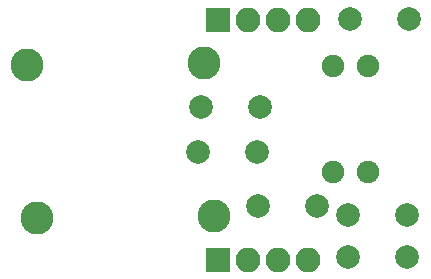
<source format=gbr>
%TF.GenerationSoftware,KiCad,Pcbnew,(6.0.11)*%
%TF.CreationDate,2023-05-29T12:42:38-05:00*%
%TF.ProjectId,LowPassFilter,4c6f7750-6173-4734-9669-6c7465722e6b,rev?*%
%TF.SameCoordinates,Original*%
%TF.FileFunction,Soldermask,Bot*%
%TF.FilePolarity,Negative*%
%FSLAX46Y46*%
G04 Gerber Fmt 4.6, Leading zero omitted, Abs format (unit mm)*
G04 Created by KiCad (PCBNEW (6.0.11)) date 2023-05-29 12:42:38*
%MOMM*%
%LPD*%
G01*
G04 APERTURE LIST*
G04 Aperture macros list*
%AMRoundRect*
0 Rectangle with rounded corners*
0 $1 Rounding radius*
0 $2 $3 $4 $5 $6 $7 $8 $9 X,Y pos of 4 corners*
0 Add a 4 corners polygon primitive as box body*
4,1,4,$2,$3,$4,$5,$6,$7,$8,$9,$2,$3,0*
0 Add four circle primitives for the rounded corners*
1,1,$1+$1,$2,$3*
1,1,$1+$1,$4,$5*
1,1,$1+$1,$6,$7*
1,1,$1+$1,$8,$9*
0 Add four rect primitives between the rounded corners*
20,1,$1+$1,$2,$3,$4,$5,0*
20,1,$1+$1,$4,$5,$6,$7,0*
20,1,$1+$1,$6,$7,$8,$9,0*
20,1,$1+$1,$8,$9,$2,$3,0*%
G04 Aperture macros list end*
%ADD10C,2.000000*%
%ADD11RoundRect,0.200000X0.850000X-0.850000X0.850000X0.850000X-0.850000X0.850000X-0.850000X-0.850000X0*%
%ADD12O,2.100000X2.100000*%
%ADD13C,2.800000*%
%ADD14C,1.900000*%
G04 APERTURE END LIST*
D10*
%TO.C,C1*%
X148550000Y-107950000D03*
X143550000Y-107950000D03*
%TD*%
%TO.C,C2*%
X140970000Y-107188000D03*
X135970000Y-107188000D03*
%TD*%
%TO.C,C3*%
X131104000Y-98806000D03*
X136104000Y-98806000D03*
%TD*%
%TO.C,C4*%
X135890000Y-102616000D03*
X130890000Y-102616000D03*
%TD*%
%TO.C,C5*%
X143550000Y-111506000D03*
X148550000Y-111506000D03*
%TD*%
%TO.C,C6*%
X148700000Y-91330000D03*
X143700000Y-91330000D03*
%TD*%
D11*
%TO.C,J1*%
X132588000Y-111760000D03*
D12*
X135128000Y-111760000D03*
X137668000Y-111760000D03*
X140208000Y-111760000D03*
%TD*%
D11*
%TO.C,J2*%
X132588000Y-91440000D03*
D12*
X135128000Y-91440000D03*
X137668000Y-91440000D03*
X140208000Y-91440000D03*
%TD*%
D13*
%TO.C,L1*%
X131360000Y-95100000D03*
X116370000Y-95230000D03*
%TD*%
D14*
%TO.C,T1*%
X142264000Y-104322000D03*
X142264000Y-95322000D03*
X145264000Y-104322000D03*
X145264000Y-95322000D03*
%TD*%
D13*
%TO.C,L2*%
X117252000Y-108204000D03*
X132242000Y-108074000D03*
%TD*%
M02*

</source>
